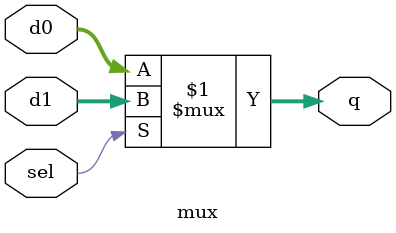
<source format=v>
`timescale 1ns / 1ps
module mux
  #(parameter N = 8)
   (input wire sel,
    input wire [N-1:0] d0,
    input wire [N-1:0] d1,
    output wire [N-1:0] q);

   assign q = (sel ? d1 : d0);

endmodule // mux

</source>
